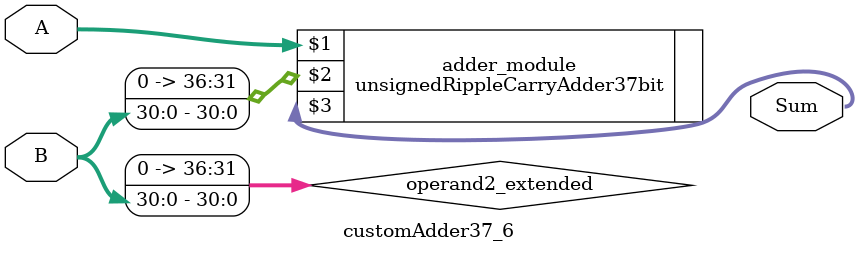
<source format=v>
module customAdder37_6(
                        input [36 : 0] A,
                        input [30 : 0] B,
                        
                        output [37 : 0] Sum
                );

        wire [36 : 0] operand2_extended;
        
        assign operand2_extended =  {6'b0, B};
        
        unsignedRippleCarryAdder37bit adder_module(
            A,
            operand2_extended,
            Sum
        );
        
        endmodule
        
</source>
